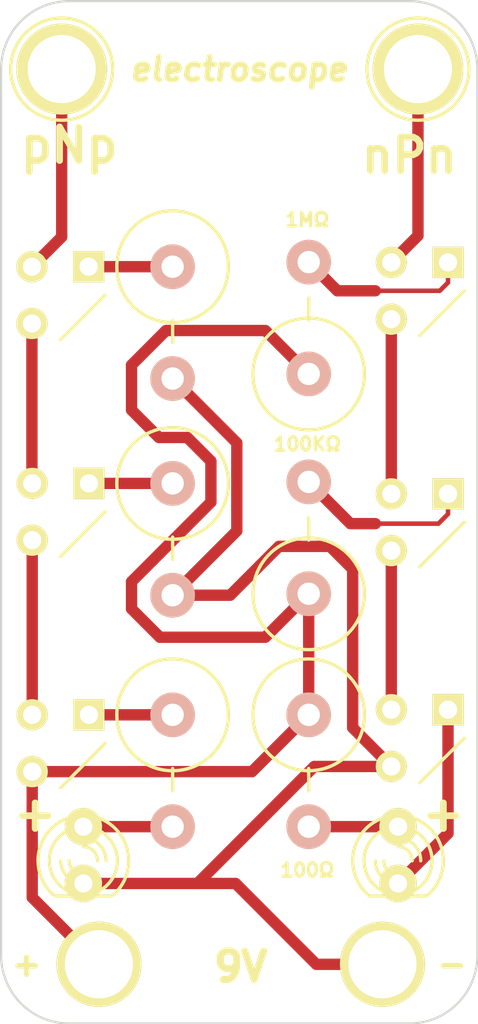
<source format=kicad_pcb>
(kicad_pcb (version 20171130) (host pcbnew 5.0.2-5.fc29)

  (general
    (thickness 1.6)
    (drawings 13)
    (tracks 59)
    (zones 0)
    (modules 17)
    (nets 17)
  )

  (page A4)
  (layers
    (0 F.Cu signal)
    (31 B.Cu signal)
    (32 B.Adhes user)
    (33 F.Adhes user)
    (34 B.Paste user)
    (35 F.Paste user)
    (36 B.SilkS user)
    (37 F.SilkS user)
    (38 B.Mask user)
    (39 F.Mask user)
    (40 Dwgs.User user)
    (41 Cmts.User user)
    (42 Eco1.User user)
    (43 Eco2.User user)
    (44 Edge.Cuts user)
    (45 Margin user)
    (46 B.CrtYd user)
    (47 F.CrtYd user)
    (48 B.Fab user)
    (49 F.Fab user)
  )

  (setup
    (last_trace_width 0.508)
    (user_trace_width 0.2032)
    (trace_clearance 0.39878)
    (zone_clearance 0.254)
    (zone_45_only no)
    (trace_min 0.2032)
    (segment_width 0.2)
    (edge_width 0.1)
    (via_size 0.6)
    (via_drill 0.4)
    (via_min_size 0.4)
    (via_min_drill 0.3)
    (uvia_size 0.3)
    (uvia_drill 0.1)
    (uvias_allowed no)
    (uvia_min_size 0)
    (uvia_min_drill 0)
    (pcb_text_width 0.3)
    (pcb_text_size 1.5 1.5)
    (mod_edge_width 0.15)
    (mod_text_size 1 1)
    (mod_text_width 0.15)
    (pad_size 1.5 1.5)
    (pad_drill 0.6)
    (pad_to_mask_clearance 0)
    (solder_mask_min_width 0.25)
    (aux_axis_origin 0 0)
    (visible_elements FFFFFF7F)
    (pcbplotparams
      (layerselection 0x010f0_80000001)
      (usegerberextensions false)
      (usegerberattributes false)
      (usegerberadvancedattributes false)
      (creategerberjobfile false)
      (excludeedgelayer true)
      (linewidth 0.100000)
      (plotframeref false)
      (viasonmask false)
      (mode 1)
      (useauxorigin false)
      (hpglpennumber 1)
      (hpglpenspeed 20)
      (hpglpendiameter 15.000000)
      (psnegative false)
      (psa4output false)
      (plotreference true)
      (plotvalue true)
      (plotinvisibletext false)
      (padsonsilk false)
      (subtractmaskfromsilk false)
      (outputformat 1)
      (mirror false)
      (drillshape 0)
      (scaleselection 1)
      (outputdirectory "gerbers/"))
  )

  (net 0 "")
  (net 1 VCC)
  (net 2 GND)
  (net 3 "Net-(D1-Pad1)")
  (net 4 "Net-(D2-Pad1)")
  (net 5 "Net-(D2-Pad2)")
  (net 6 "Net-(Q1-Pad2)")
  (net 7 "Net-(Q2-Pad2)")
  (net 8 "Net-(Q3-Pad2)")
  (net 9 "Net-(Q5-Pad2)")
  (net 10 "Net-(Q2-Pad1)")
  (net 11 "Net-(Q1-Pad3)")
  (net 12 "Net-(Q2-Pad3)")
  (net 13 "Net-(Q3-Pad3)")
  (net 14 "Net-(Q4-Pad3)")
  (net 15 "Net-(Q5-Pad3)")
  (net 16 "Net-(Q4-Pad1)")

  (net_class Default "This is the default net class."
    (clearance 0.39878)
    (trace_width 0.508)
    (via_dia 0.6)
    (via_drill 0.4)
    (uvia_dia 0.3)
    (uvia_drill 0.1)
    (add_net GND)
    (add_net "Net-(D1-Pad1)")
    (add_net "Net-(D2-Pad1)")
    (add_net "Net-(D2-Pad2)")
    (add_net "Net-(Q1-Pad2)")
    (add_net "Net-(Q1-Pad3)")
    (add_net "Net-(Q2-Pad1)")
    (add_net "Net-(Q2-Pad2)")
    (add_net "Net-(Q2-Pad3)")
    (add_net "Net-(Q3-Pad2)")
    (add_net "Net-(Q3-Pad3)")
    (add_net "Net-(Q4-Pad1)")
    (add_net "Net-(Q4-Pad3)")
    (add_net "Net-(Q5-Pad2)")
    (add_net "Net-(Q5-Pad3)")
    (add_net VCC)
  )

  (module Resistors_ThroughHole:Resistor_Vertical_RM5mm (layer F.Cu) (tedit 5C8AB63B) (tstamp 5CA64E01)
    (at 136.715 82.7024 270)
    (descr "Resistor, Vertical, RM 5mm, 1/3W,")
    (tags "Resistor, Vertical, RM 5mm, 1/3W,")
    (path /52E1F0B9)
    (fp_text reference R5 (at -0.0254 4.6985 270) (layer F.SilkS) hide
      (effects (font (size 1 1) (thickness 0.15)))
    )
    (fp_text value 1MΩ (at -4.5974 -6.033) (layer F.SilkS)
      (effects (font (size 0.6 0.6) (thickness 0.15)))
    )
    (fp_circle (center -2.49936 0) (end 0 0) (layer F.SilkS) (width 0.15))
    (fp_line (start -0.09906 0) (end 0.9017 0) (layer F.SilkS) (width 0.15))
    (pad 2 thru_hole circle (at 2.5019 0 270) (size 1.99898 1.99898) (drill 1.00076) (layers *.Cu *.SilkS *.Mask)
      (net 2 GND))
    (pad 1 thru_hole circle (at -2.49936 0 270) (size 1.99898 1.99898) (drill 1.00076) (layers *.Cu *.SilkS *.Mask)
      (net 15 "Net-(Q5-Pad3)"))
  )

  (module transistors:TO92-123 (layer F.Cu) (tedit 5C89701E) (tstamp 55F01A61)
    (at 131.6825 81.47304)
    (descr "Transistor TO92 brochage type BC237")
    (tags "TR TO92")
    (path /55F011FA)
    (fp_text reference Q5 (at -1.27 3.81) (layer F.SilkS) hide
      (effects (font (size 1 1) (thickness 0.15)))
    )
    (fp_text value Q_PNP_EBC (at -1.27 -5.08) (layer F.Fab) hide
      (effects (font (size 1 1) (thickness 0.15)))
    )
    (fp_line (start 2 0) (end 0 2) (layer F.SilkS) (width 0.15))
    (pad 1 thru_hole circle (at -1.27 1.27) (size 1.397 1.397) (drill 0.8128) (layers *.Cu *.Mask F.SilkS)
      (net 8 "Net-(Q3-Pad2)"))
    (pad 2 thru_hole circle (at -1.27 -1.27) (size 1.397 1.397) (drill 0.8128) (layers *.Cu *.Mask F.SilkS)
      (net 9 "Net-(Q5-Pad2)"))
    (pad 3 thru_hole rect (at 1.27 -1.27) (size 1.397 1.397) (drill 0.8128) (layers *.Cu *.Mask F.SilkS)
      (net 15 "Net-(Q5-Pad3)"))
    (model Discret.3dshapes/TO92-123.wrl
      (at (xyz 0 0 0))
      (scale (xyz 1 1 1))
      (rotate (xyz 0 0 0))
    )
  )

  (module transistors:TO92-123 locked (layer F.Cu) (tedit 5C89701E) (tstamp 55F01A34)
    (at 147.781 81.28)
    (descr "Transistor TO92 brochage type BC237")
    (tags "TR TO92")
    (path /55F01011)
    (fp_text reference Q2 (at -1.27 3.81) (layer F.SilkS) hide
      (effects (font (size 1 1) (thickness 0.15)))
    )
    (fp_text value Q_NPN_EBC (at -1.27 -5.08) (layer F.Fab) hide
      (effects (font (size 1 1) (thickness 0.15)))
    )
    (fp_line (start 2 0) (end 0 2) (layer F.SilkS) (width 0.15))
    (pad 1 thru_hole circle (at -1.27 1.27) (size 1.397 1.397) (drill 0.8128) (layers *.Cu *.Mask F.SilkS)
      (net 10 "Net-(Q2-Pad1)"))
    (pad 2 thru_hole circle (at -1.27 -1.27) (size 1.397 1.397) (drill 0.8128) (layers *.Cu *.Mask F.SilkS)
      (net 7 "Net-(Q2-Pad2)"))
    (pad 3 thru_hole rect (at 1.27 -1.27) (size 1.397 1.397) (drill 0.8128) (layers *.Cu *.Mask F.SilkS)
      (net 12 "Net-(Q2-Pad3)"))
    (model Discret.3dshapes/TO92-123.wrl
      (at (xyz 0 0 0))
      (scale (xyz 1 1 1))
      (rotate (xyz 0 0 0))
    )
  )

  (module transistors:TO92-123 (layer F.Cu) (tedit 5C89701E) (tstamp 5C8AA195)
    (at 131.6952 101.51364)
    (descr "Transistor TO92 brochage type BC237")
    (tags "TR TO92")
    (path /55F0129D)
    (fp_text reference Q1 (at -1.27 3.81) (layer F.SilkS) hide
      (effects (font (size 1 1) (thickness 0.15)))
    )
    (fp_text value Q_PNP_EBC (at -1.27 -5.08) (layer F.Fab) hide
      (effects (font (size 1 1) (thickness 0.15)))
    )
    (fp_line (start 2 0) (end 0 2) (layer F.SilkS) (width 0.15))
    (pad 1 thru_hole circle (at -1.27 1.27) (size 1.397 1.397) (drill 0.8128) (layers *.Cu *.Mask F.SilkS)
      (net 1 VCC))
    (pad 2 thru_hole circle (at -1.27 -1.27) (size 1.397 1.397) (drill 0.8128) (layers *.Cu *.Mask F.SilkS)
      (net 6 "Net-(Q1-Pad2)"))
    (pad 3 thru_hole rect (at 1.27 -1.27) (size 1.397 1.397) (drill 0.8128) (layers *.Cu *.Mask F.SilkS)
      (net 11 "Net-(Q1-Pad3)"))
    (model Discret.3dshapes/TO92-123.wrl
      (at (xyz 0 0 0))
      (scale (xyz 1 1 1))
      (rotate (xyz 0 0 0))
    )
  )

  (module transistors:TO92-123 (layer F.Cu) (tedit 5C89701E) (tstamp 5C89D8E2)
    (at 147.781 91.6305)
    (descr "Transistor TO92 brochage type BC237")
    (tags "TR TO92")
    (path /55F010A0)
    (fp_text reference Q4 (at -1.27 3.81) (layer F.SilkS) hide
      (effects (font (size 1 1) (thickness 0.15)))
    )
    (fp_text value Q_NPN_EBC (at -1.27 -5.08) (layer F.Fab) hide
      (effects (font (size 1 1) (thickness 0.15)))
    )
    (fp_line (start 2 0) (end 0 2) (layer F.SilkS) (width 0.15))
    (pad 1 thru_hole circle (at -1.27 1.27) (size 1.397 1.397) (drill 0.8128) (layers *.Cu *.Mask F.SilkS)
      (net 16 "Net-(Q4-Pad1)"))
    (pad 2 thru_hole circle (at -1.27 -1.27) (size 1.397 1.397) (drill 0.8128) (layers *.Cu *.Mask F.SilkS)
      (net 10 "Net-(Q2-Pad1)"))
    (pad 3 thru_hole rect (at 1.27 -1.27) (size 1.397 1.397) (drill 0.8128) (layers *.Cu *.Mask F.SilkS)
      (net 14 "Net-(Q4-Pad3)"))
    (model Discret.3dshapes/TO92-123.wrl
      (at (xyz 0 0 0))
      (scale (xyz 1 1 1))
      (rotate (xyz 0 0 0))
    )
  )

  (module transistors:TO92-123 (layer F.Cu) (tedit 5C89701E) (tstamp 5C894AC2)
    (at 147.781 101.2825)
    (descr "Transistor TO92 brochage type BC237")
    (tags "TR TO92")
    (path /55F0111A)
    (fp_text reference Q6 (at -1.27 3.81) (layer F.SilkS) hide
      (effects (font (size 1 1) (thickness 0.15)))
    )
    (fp_text value Q_NPN_EBC (at -1.27 -5.08) (layer F.Fab) hide
      (effects (font (size 1 1) (thickness 0.15)))
    )
    (fp_line (start 2 0) (end 0 2) (layer F.SilkS) (width 0.15))
    (pad 1 thru_hole circle (at -1.27 1.27) (size 1.397 1.397) (drill 0.8128) (layers *.Cu *.Mask F.SilkS)
      (net 2 GND))
    (pad 2 thru_hole circle (at -1.27 -1.27) (size 1.397 1.397) (drill 0.8128) (layers *.Cu *.Mask F.SilkS)
      (net 16 "Net-(Q4-Pad1)"))
    (pad 3 thru_hole rect (at 1.27 -1.27) (size 1.397 1.397) (drill 0.8128) (layers *.Cu *.Mask F.SilkS)
      (net 5 "Net-(D2-Pad2)"))
    (model Discret.3dshapes/TO92-123.wrl
      (at (xyz 0 0 0))
      (scale (xyz 1 1 1))
      (rotate (xyz 0 0 0))
    )
  )

  (module transistors:TO92-123 locked (layer F.Cu) (tedit 5C89701E) (tstamp 5C894CC1)
    (at 131.6952 91.16314)
    (descr "Transistor TO92 brochage type BC237")
    (tags "TR TO92")
    (path /55F0123D)
    (fp_text reference Q3 (at -1.27 3.81) (layer F.SilkS) hide
      (effects (font (size 1 1) (thickness 0.15)))
    )
    (fp_text value Q_PNP_EBC (at -1.27 -5.08) (layer F.Fab) hide
      (effects (font (size 1 1) (thickness 0.15)))
    )
    (fp_line (start 2 0) (end 0 2) (layer F.SilkS) (width 0.15))
    (pad 3 thru_hole rect (at 1.27 -1.27) (size 1.397 1.397) (drill 0.8128) (layers *.Cu *.Mask F.SilkS)
      (net 13 "Net-(Q3-Pad3)"))
    (pad 2 thru_hole circle (at -1.27 -1.27) (size 1.397 1.397) (drill 0.8128) (layers *.Cu *.Mask F.SilkS)
      (net 8 "Net-(Q3-Pad2)"))
    (pad 1 thru_hole circle (at -1.27 1.27) (size 1.397 1.397) (drill 0.8128) (layers *.Cu *.Mask F.SilkS)
      (net 6 "Net-(Q1-Pad2)"))
    (model Discret.3dshapes/TO92-123.wrl
      (at (xyz 0 0 0))
      (scale (xyz 1 1 1))
      (rotate (xyz 0 0 0))
    )
  )

  (module Resistors_ThroughHole:Resistor_Vertical_RM5mm (layer F.Cu) (tedit 5C8AB630) (tstamp 5C8AD88F)
    (at 136.715 92.3925 270)
    (descr "Resistor, Vertical, RM 5mm, 1/3W,")
    (tags "Resistor, Vertical, RM 5mm, 1/3W,")
    (path /52E1F193)
    (fp_text reference R3 (at 2.54 3.683 270) (layer F.SilkS) hide
      (effects (font (size 1 1) (thickness 0.15)))
    )
    (fp_text value 100KΩ (at -4.2545 -6.033 180) (layer F.SilkS)
      (effects (font (size 0.6 0.6) (thickness 0.15)))
    )
    (fp_line (start -0.09906 0) (end 0.9017 0) (layer F.SilkS) (width 0.15))
    (fp_circle (center -2.49936 0) (end 0 0) (layer F.SilkS) (width 0.15))
    (pad 1 thru_hole circle (at -2.49936 0 270) (size 1.99898 1.99898) (drill 1.00076) (layers *.Cu *.SilkS *.Mask)
      (net 13 "Net-(Q3-Pad3)"))
    (pad 2 thru_hole circle (at 2.5019 0 270) (size 1.99898 1.99898) (drill 1.00076) (layers *.Cu *.SilkS *.Mask)
      (net 2 GND))
  )

  (module LEDs:LED-3MM (layer F.Cu) (tedit 5C8AB401) (tstamp 5C8AB107)
    (at 132.716 106.5149 270)
    (descr "LED 3mm - Lead pitch 100mil (2,54mm)")
    (tags "LED led 3mm 3MM 100mil 2,54mm")
    (path /52E1F1B1)
    (fp_text reference D1 (at 1.1811 -2.936 180) (layer F.SilkS) hide
      (effects (font (size 1 1) (thickness 0.15)))
    )
    (fp_text value LED (at -1.143 -2.731 90) (layer F.Fab) hide
      (effects (font (size 1 1) (thickness 0.15)))
    )
    (fp_line (start 1.8288 1.27) (end 1.8288 -1.27) (layer F.SilkS) (width 0.15))
    (fp_arc (start 0.254 0) (end -1.27 0) (angle 39.8) (layer F.SilkS) (width 0.15))
    (fp_arc (start 0.254 0) (end -0.88392 1.01092) (angle 41.6) (layer F.SilkS) (width 0.15))
    (fp_arc (start 0.254 0) (end 1.4097 -0.9906) (angle 40.6) (layer F.SilkS) (width 0.15))
    (fp_arc (start 0.254 0) (end 1.778 0) (angle 39.8) (layer F.SilkS) (width 0.15))
    (fp_arc (start 0.254 0) (end 0.254 -1.524) (angle 54.4) (layer F.SilkS) (width 0.15))
    (fp_arc (start 0.254 0) (end -0.9652 -0.9144) (angle 53.1) (layer F.SilkS) (width 0.15))
    (fp_arc (start 0.254 0) (end 1.45542 0.93472) (angle 52.1) (layer F.SilkS) (width 0.15))
    (fp_arc (start 0.254 0) (end 0.254 1.524) (angle 52.1) (layer F.SilkS) (width 0.15))
    (fp_arc (start 0.254 0) (end -0.381 0) (angle 90) (layer F.SilkS) (width 0.15))
    (fp_arc (start 0.254 0) (end -0.762 0) (angle 90) (layer F.SilkS) (width 0.15))
    (fp_arc (start 0.254 0) (end 0.889 0) (angle 90) (layer F.SilkS) (width 0.15))
    (fp_arc (start 0.254 0) (end 1.27 0) (angle 90) (layer F.SilkS) (width 0.15))
    (fp_arc (start 0.254 0) (end 0.254 -2.032) (angle 50.1) (layer F.SilkS) (width 0.15))
    (fp_arc (start 0.254 0) (end -1.5367 -0.95504) (angle 61.9) (layer F.SilkS) (width 0.15))
    (fp_arc (start 0.254 0) (end 1.8034 1.31064) (angle 49.7) (layer F.SilkS) (width 0.15))
    (fp_arc (start 0.254 0) (end 0.254 2.032) (angle 60.2) (layer F.SilkS) (width 0.15))
    (fp_arc (start 0.254 0) (end -1.778 0) (angle 28.3) (layer F.SilkS) (width 0.15))
    (fp_arc (start 0.254 0) (end -1.47574 1.06426) (angle 31.6) (layer F.SilkS) (width 0.15))
    (pad 1 thru_hole circle (at -1.27 0 270) (size 1.6764 1.6764) (drill 0.8128) (layers *.Cu *.Mask F.SilkS)
      (net 3 "Net-(D1-Pad1)"))
    (pad 2 thru_hole circle (at 1.27 0 270) (size 1.6764 1.6764) (drill 0.8128) (layers *.Cu *.Mask F.SilkS)
      (net 2 GND))
    (model LEDs.3dshapes/LED-3MM.wrl
      (at (xyz 0 0 0))
      (scale (xyz 1 1 1))
      (rotate (xyz 0 0 0))
    )
  )

  (module LEDs:LED-3MM (layer F.Cu) (tedit 5C8AB403) (tstamp 5C89E881)
    (at 146.812 106.5149 270)
    (descr "LED 3mm - Lead pitch 100mil (2,54mm)")
    (tags "LED led 3mm 3MM 100mil 2,54mm")
    (path /52E1F0CA)
    (fp_text reference D2 (at 1.1811 3.064) (layer F.SilkS) hide
      (effects (font (size 1 1) (thickness 0.15)))
    )
    (fp_text value LED (at 0 -3.619 270) (layer F.Fab) hide
      (effects (font (size 1 1) (thickness 0.15)))
    )
    (fp_line (start 1.8288 1.27) (end 1.8288 -1.27) (layer F.SilkS) (width 0.15))
    (fp_arc (start 0.254 0) (end -1.27 0) (angle 39.8) (layer F.SilkS) (width 0.15))
    (fp_arc (start 0.254 0) (end -0.88392 1.01092) (angle 41.6) (layer F.SilkS) (width 0.15))
    (fp_arc (start 0.254 0) (end 1.4097 -0.9906) (angle 40.6) (layer F.SilkS) (width 0.15))
    (fp_arc (start 0.254 0) (end 1.778 0) (angle 39.8) (layer F.SilkS) (width 0.15))
    (fp_arc (start 0.254 0) (end 0.254 -1.524) (angle 54.4) (layer F.SilkS) (width 0.15))
    (fp_arc (start 0.254 0) (end -0.9652 -0.9144) (angle 53.1) (layer F.SilkS) (width 0.15))
    (fp_arc (start 0.254 0) (end 1.45542 0.93472) (angle 52.1) (layer F.SilkS) (width 0.15))
    (fp_arc (start 0.254 0) (end 0.254 1.524) (angle 52.1) (layer F.SilkS) (width 0.15))
    (fp_arc (start 0.254 0) (end -0.381 0) (angle 90) (layer F.SilkS) (width 0.15))
    (fp_arc (start 0.254 0) (end -0.762 0) (angle 90) (layer F.SilkS) (width 0.15))
    (fp_arc (start 0.254 0) (end 0.889 0) (angle 90) (layer F.SilkS) (width 0.15))
    (fp_arc (start 0.254 0) (end 1.27 0) (angle 90) (layer F.SilkS) (width 0.15))
    (fp_arc (start 0.254 0) (end 0.254 -2.032) (angle 50.1) (layer F.SilkS) (width 0.15))
    (fp_arc (start 0.254 0) (end -1.5367 -0.95504) (angle 61.9) (layer F.SilkS) (width 0.15))
    (fp_arc (start 0.254 0) (end 1.8034 1.31064) (angle 49.7) (layer F.SilkS) (width 0.15))
    (fp_arc (start 0.254 0) (end 0.254 2.032) (angle 60.2) (layer F.SilkS) (width 0.15))
    (fp_arc (start 0.254 0) (end -1.778 0) (angle 28.3) (layer F.SilkS) (width 0.15))
    (fp_arc (start 0.254 0) (end -1.47574 1.06426) (angle 31.6) (layer F.SilkS) (width 0.15))
    (pad 1 thru_hole circle (at -1.27 0 270) (size 1.6764 1.6764) (drill 0.8128) (layers *.Cu *.Mask F.SilkS)
      (net 4 "Net-(D2-Pad1)"))
    (pad 2 thru_hole circle (at 1.27 0 270) (size 1.6764 1.6764) (drill 0.8128) (layers *.Cu *.Mask F.SilkS)
      (net 5 "Net-(D2-Pad2)"))
    (model LEDs.3dshapes/LED-3MM.wrl
      (at (xyz 0 0 0))
      (scale (xyz 1 1 1))
      (rotate (xyz 0 0 0))
    )
  )

  (module Resistors_ThroughHole:Resistor_Vertical_RM5mm (layer F.Cu) (tedit 5C8AB651) (tstamp 5C8C897D)
    (at 136.715 102.743 270)
    (descr "Resistor, Vertical, RM 5mm, 1/3W,")
    (tags "Resistor, Vertical, RM 5mm, 1/3W,")
    (path /52E1F199)
    (fp_text reference R1 (at 2.7305 3.8735 270) (layer F.SilkS) hide
      (effects (font (size 1 1) (thickness 0.15)))
    )
    (fp_text value 100Ω (at 4.445 -6.033) (layer F.SilkS)
      (effects (font (size 0.6 0.6) (thickness 0.15)))
    )
    (fp_line (start -0.09906 0) (end 0.9017 0) (layer F.SilkS) (width 0.15))
    (fp_circle (center -2.49936 0) (end 0 0) (layer F.SilkS) (width 0.15))
    (pad 1 thru_hole circle (at -2.49936 0 270) (size 1.99898 1.99898) (drill 1.00076) (layers *.Cu *.SilkS *.Mask)
      (net 11 "Net-(Q1-Pad3)"))
    (pad 2 thru_hole circle (at 2.5019 0 270) (size 1.99898 1.99898) (drill 1.00076) (layers *.Cu *.SilkS *.Mask)
      (net 3 "Net-(D1-Pad1)"))
  )

  (module Resistors_ThroughHole:Resistor_Vertical_RM5mm locked (layer F.Cu) (tedit 5C8963EE) (tstamp 5C8963F2)
    (at 142.811 82.4992 90)
    (descr "Resistor, Vertical, RM 5mm, 1/3W,")
    (tags "Resistor, Vertical, RM 5mm, 1/3W,")
    (path /52E1F19F)
    (fp_text reference R2 (at 3.1877 3.747 90) (layer F.SilkS) hide
      (effects (font (size 1 1) (thickness 0.15)))
    )
    (fp_text value 1MΩ (at 3.2512 2.35 90) (layer F.Fab) hide
      (effects (font (size 1 1) (thickness 0.15)))
    )
    (fp_line (start -0.09906 0) (end 0.9017 0) (layer F.SilkS) (width 0.15))
    (fp_circle (center -2.49936 0) (end 0 0) (layer F.SilkS) (width 0.15))
    (pad 1 thru_hole circle (at -2.49936 0 90) (size 1.99898 1.99898) (drill 1.00076) (layers *.Cu *.SilkS *.Mask)
      (net 1 VCC))
    (pad 2 thru_hole circle (at 2.5019 0 90) (size 1.99898 1.99898) (drill 1.00076) (layers *.Cu *.SilkS *.Mask)
      (net 12 "Net-(Q2-Pad3)"))
  )

  (module Resistors_ThroughHole:Resistor_Vertical_RM5mm locked (layer F.Cu) (tedit 5C8963FC) (tstamp 55F01A90)
    (at 142.811 92.329 90)
    (descr "Resistor, Vertical, RM 5mm, 1/3W,")
    (tags "Resistor, Vertical, RM 5mm, 1/3W,")
    (path /52E1F1A5)
    (fp_text reference R4 (at 2.4765 3.8735 90) (layer F.SilkS) hide
      (effects (font (size 1 1) (thickness 0.15)))
    )
    (fp_text value 100KΩ (at 2.4765 2.3495 90) (layer F.Fab) hide
      (effects (font (size 1 1) (thickness 0.15)))
    )
    (fp_line (start -0.09906 0) (end 0.9017 0) (layer F.SilkS) (width 0.15))
    (fp_circle (center -2.49936 0) (end 0 0) (layer F.SilkS) (width 0.15))
    (pad 1 thru_hole circle (at -2.49936 0 90) (size 1.99898 1.99898) (drill 1.00076) (layers *.Cu *.SilkS *.Mask)
      (net 1 VCC))
    (pad 2 thru_hole circle (at 2.5019 0 90) (size 1.99898 1.99898) (drill 1.00076) (layers *.Cu *.SilkS *.Mask)
      (net 14 "Net-(Q4-Pad3)"))
  )

  (module Resistors_ThroughHole:Resistor_Vertical_RM5mm (layer F.Cu) (tedit 5C896492) (tstamp 5C894E66)
    (at 142.811 102.743 270)
    (descr "Resistor, Vertical, RM 5mm, 1/3W,")
    (tags "Resistor, Vertical, RM 5mm, 1/3W,")
    (path /52E1F1AB)
    (fp_text reference R6 (at 2.54 -3.7465 270) (layer F.SilkS) hide
      (effects (font (size 1 1) (thickness 0.15)))
    )
    (fp_text value 100Ω (at 2.4765 -2.286 270) (layer F.Fab) hide
      (effects (font (size 1 1) (thickness 0.15)))
    )
    (fp_circle (center -2.49936 0) (end 0 0) (layer F.SilkS) (width 0.15))
    (fp_line (start -0.09906 0) (end 0.9017 0) (layer F.SilkS) (width 0.15))
    (pad 2 thru_hole circle (at 2.5019 0 270) (size 1.99898 1.99898) (drill 1.00076) (layers *.Cu *.SilkS *.Mask)
      (net 4 "Net-(D2-Pad1)"))
    (pad 1 thru_hole circle (at -2.49936 0 270) (size 1.99898 1.99898) (drill 1.00076) (layers *.Cu *.SilkS *.Mask)
      (net 1 VCC))
  )

  (module Connect:1pin (layer F.Cu) (tedit 5C89704C) (tstamp 5C896007)
    (at 147.705 71.366)
    (descr "module 1 pin (ou trou mecanique de percage)")
    (tags DEV)
    (path /55EF983B)
    (fp_text reference U1 (at 0 -3.048) (layer F.SilkS) hide
      (effects (font (size 1 1) (thickness 0.15)))
    )
    (fp_text value ANT (at 0 2.794) (layer F.Fab) hide
      (effects (font (size 1 1) (thickness 0.15)))
    )
    (fp_circle (center 0 0) (end 0 -2.286) (layer F.SilkS) (width 0.15))
    (pad 1 thru_hole circle (at 0 0) (size 4.064 4.064) (drill 3.048) (layers *.Cu *.Mask F.SilkS)
      (net 7 "Net-(Q2-Pad2)"))
  )

  (module Connect:1pin (layer F.Cu) (tedit 5C897049) (tstamp 5C896046)
    (at 131.746 71.366)
    (descr "module 1 pin (ou trou mecanique de percage)")
    (tags DEV)
    (path /55EF9AF0)
    (fp_text reference U2 (at 0 -3.048) (layer F.SilkS) hide
      (effects (font (size 1 1) (thickness 0.15)))
    )
    (fp_text value ANT (at 0 2.794) (layer F.Fab) hide
      (effects (font (size 1 1) (thickness 0.15)))
    )
    (fp_circle (center 0 0) (end 0 -2.286) (layer F.SilkS) (width 0.15))
    (pad 1 thru_hole circle (at 0 0) (size 4.064 4.064) (drill 3.048) (layers *.Cu *.Mask F.SilkS)
      (net 9 "Net-(Q5-Pad2)"))
  )

  (module 9VBATT_TH:9VBATT_TH locked (layer F.Cu) (tedit 5C8C9165) (tstamp 5C896517)
    (at 139.7635 111.451)
    (path /55EF92BC)
    (fp_text reference BT1 (at 0 -10.4648) (layer F.SilkS) hide
      (effects (font (size 1 1) (thickness 0.15)))
    )
    (fp_text value Battery (at 0 -8.1788) (layer F.SilkS) hide
      (effects (font (size 1 1) (thickness 0.15)))
    )
    (fp_text user + (at -9.5885 -0.056) (layer F.SilkS)
      (effects (font (size 1 1) (thickness 0.25)))
    )
    (fp_text user - (at 9.4615 -0.056) (layer F.SilkS)
      (effects (font (size 1 1) (thickness 0.25)))
    )
    (fp_text user 9V (at 0 0.055) (layer F.SilkS)
      (effects (font (size 1.27 1.27) (thickness 0.3175)))
    )
    (pad 2 thru_hole circle (at 6.35 -0.0508) (size 3.81 3.81) (drill 3.048) (layers *.Cu *.Mask F.SilkS)
      (net 2 GND))
    (pad 1 thru_hole circle (at -6.35 -0.0508) (size 3.81 3.81) (drill 3.048) (layers *.Cu *.Mask F.SilkS)
      (net 1 VCC))
  )

  (gr_line (start 132.08 114.046) (end 147.32 114.046) (layer Edge.Cuts) (width 0.1))
  (gr_line (start 132.08 68.326) (end 147.32 68.326) (layer Edge.Cuts) (width 0.1))
  (gr_line (start 129.032 110.998) (end 129.032 71.374) (layer Edge.Cuts) (width 0.1))
  (gr_line (start 150.368 110.998) (end 150.368 71.374) (layer Edge.Cuts) (width 0.1))
  (gr_arc (start 132.08 71.374) (end 132.08 68.326) (angle -90) (layer Edge.Cuts) (width 0.1))
  (gr_arc (start 147.32 71.374) (end 150.368 71.374) (angle -90) (layer Edge.Cuts) (width 0.1))
  (gr_arc (start 147.32 110.998) (end 147.32 114.046) (angle -90) (layer Edge.Cuts) (width 0.1))
  (gr_arc (start 132.08 110.998) (end 129.032 110.998) (angle -90) (layer Edge.Cuts) (width 0.1))
  (gr_text electroscope (at 139.7 71.374) (layer F.SilkS)
    (effects (font (size 1.016 1.016) (thickness 0.254) italic))
  )
  (gr_text + (at 130.556 104.648) (layer F.SilkS) (tstamp 5C89ECE2)
    (effects (font (size 1.5 1.5) (thickness 0.3)))
  )
  (gr_text + (at 148.844 104.648) (layer F.SilkS)
    (effects (font (size 1.5 1.5) (thickness 0.3)))
  )
  (gr_text nPn (at 147.32 75.23) (layer F.SilkS) (tstamp 5C89E12B)
    (effects (font (size 1.5 1.5) (thickness 0.3)))
  )
  (gr_text pNp (at 132.08 74.776) (layer F.SilkS) (tstamp 5C8ACE24)
    (effects (font (size 1.5 1.5) (thickness 0.3)))
  )

  (segment (start 130.4252 108.4119) (end 133.4135 111.4002) (width 0.508) (layer F.Cu) (net 1) (status 20))
  (segment (start 130.4252 102.78364) (end 130.4252 108.4119) (width 0.508) (layer F.Cu) (net 1) (status 10))
  (segment (start 140.271 102.78364) (end 142.811 100.24364) (width 0.508) (layer F.Cu) (net 1) (status 20))
  (segment (start 130.4252 102.78364) (end 140.271 102.78364) (width 0.508) (layer F.Cu) (net 1) (status 10))
  (segment (start 142.811 94.82836) (end 142.811 100.24364) (width 0.508) (layer F.Cu) (net 1) (status 30))
  (segment (start 140.87044 83.058) (end 142.811 84.99856) (width 0.508) (layer F.Cu) (net 1))
  (segment (start 136.415938 83.058) (end 140.87044 83.058) (width 0.508) (layer F.Cu) (net 1))
  (segment (start 134.874 84.599938) (end 136.415938 83.058) (width 0.508) (layer F.Cu) (net 1))
  (segment (start 137.370662 87.840662) (end 136.100662 87.840662) (width 0.508) (layer F.Cu) (net 1))
  (segment (start 136.100662 87.840662) (end 134.874 86.614) (width 0.508) (layer F.Cu) (net 1))
  (segment (start 138.43 88.9) (end 137.370662 87.840662) (width 0.508) (layer F.Cu) (net 1))
  (segment (start 140.86536 96.774) (end 136.144 96.774) (width 0.508) (layer F.Cu) (net 1))
  (segment (start 136.144 96.774) (end 134.874 95.504) (width 0.508) (layer F.Cu) (net 1))
  (segment (start 134.874 86.614) (end 134.874 84.599938) (width 0.508) (layer F.Cu) (net 1))
  (segment (start 142.811 94.82836) (end 140.86536 96.774) (width 0.508) (layer F.Cu) (net 1))
  (segment (start 134.874 95.504) (end 134.874 94.290038) (width 0.508) (layer F.Cu) (net 1))
  (segment (start 138.43 90.734038) (end 138.43 88.9) (width 0.508) (layer F.Cu) (net 1))
  (segment (start 134.874 94.290038) (end 138.43 90.734038) (width 0.508) (layer F.Cu) (net 1))
  (segment (start 137.825638 107.7849) (end 132.716 107.7849) (width 0.508) (layer F.Cu) (net 2) (status 20))
  (segment (start 137.825638 107.7849) (end 143.058038 102.5525) (width 0.508) (layer F.Cu) (net 2))
  (segment (start 143.058038 102.5525) (end 146.511 102.5525) (width 0.508) (layer F.Cu) (net 2) (status 20))
  (segment (start 143.1502 111.4002) (end 146.1135 111.4002) (width 0.508) (layer F.Cu) (net 2))
  (segment (start 137.825638 107.7849) (end 139.5349 107.7849) (width 0.508) (layer F.Cu) (net 2))
  (segment (start 139.5349 107.7849) (end 143.1502 111.4002) (width 0.508) (layer F.Cu) (net 2))
  (segment (start 144.78 100.8215) (end 146.511 102.5525) (width 0.508) (layer F.Cu) (net 2))
  (segment (start 141.478 92.71) (end 143.764 92.71) (width 0.508) (layer F.Cu) (net 2))
  (segment (start 144.78 93.726) (end 144.78 100.8215) (width 0.508) (layer F.Cu) (net 2))
  (segment (start 143.764 92.71) (end 144.78 93.726) (width 0.508) (layer F.Cu) (net 2))
  (segment (start 136.715 94.8944) (end 139.2936 94.8944) (width 0.508) (layer F.Cu) (net 2))
  (segment (start 139.2936 94.8944) (end 141.478 92.71) (width 0.508) (layer F.Cu) (net 2))
  (segment (start 139.590791 88.080091) (end 139.590791 92.018609) (width 0.508) (layer F.Cu) (net 2))
  (segment (start 136.715 85.2043) (end 139.590791 88.080091) (width 0.508) (layer F.Cu) (net 2) (status 10))
  (segment (start 139.590791 92.018609) (end 136.715 94.8944) (width 0.508) (layer F.Cu) (net 2) (status 20))
  (segment (start 132.716 105.2449) (end 136.715 105.2449) (width 0.508) (layer F.Cu) (net 3) (status 30))
  (segment (start 142.811 105.2449) (end 146.812 105.2449) (width 0.508) (layer F.Cu) (net 4) (status 30))
  (segment (start 149.051 105.5459) (end 149.051 100.0125) (width 0.508) (layer F.Cu) (net 5) (status 20))
  (segment (start 146.812 107.7849) (end 149.051 105.5459) (width 0.508) (layer F.Cu) (net 5) (status 10))
  (segment (start 130.4252 92.43314) (end 130.4252 100.24364) (width 0.508) (layer F.Cu) (net 6) (status 30))
  (segment (start 147.705 78.816) (end 146.511 80.01) (width 0.508) (layer F.Cu) (net 7) (status 20))
  (segment (start 147.705 71.366) (end 147.705 78.816) (width 0.508) (layer F.Cu) (net 7) (status 10))
  (segment (start 130.4125 89.88044) (end 130.4252 89.89314) (width 0.508) (layer F.Cu) (net 8) (status 30))
  (segment (start 130.4125 82.74304) (end 130.4125 89.88044) (width 0.508) (layer F.Cu) (net 8) (status 30))
  (segment (start 131.746 78.86954) (end 130.4125 80.20304) (width 0.508) (layer F.Cu) (net 9) (status 20))
  (segment (start 131.746 71.366) (end 131.746 78.86954) (width 0.508) (layer F.Cu) (net 9) (status 10))
  (segment (start 146.511 82.55) (end 146.511 90.3605) (width 0.508) (layer F.Cu) (net 10) (status 30))
  (segment (start 132.9652 100.24364) (end 136.715 100.24364) (width 0.508) (layer F.Cu) (net 11) (status 30))
  (segment (start 149.051 80.9117) (end 148.6827 81.28) (width 0.2032) (layer F.Cu) (net 12))
  (segment (start 149.051 80.01) (end 149.051 80.9117) (width 0.2032) (layer F.Cu) (net 12) (status 10))
  (segment (start 148.6827 81.28) (end 145.796 81.28) (width 0.2032) (layer F.Cu) (net 12))
  (segment (start 144.0937 81.28) (end 142.811 79.9973) (width 0.508) (layer F.Cu) (net 12) (status 20))
  (segment (start 145.796 81.28) (end 144.0937 81.28) (width 0.508) (layer F.Cu) (net 12))
  (segment (start 136.715 89.89314) (end 132.9652 89.89314) (width 0.508) (layer F.Cu) (net 13) (status 30))
  (segment (start 149.051 91.2622) (end 148.6192 91.694) (width 0.2032) (layer F.Cu) (net 14))
  (segment (start 149.051 90.3605) (end 149.051 91.2622) (width 0.2032) (layer F.Cu) (net 14) (status 10))
  (segment (start 148.6192 91.694) (end 145.796 91.694) (width 0.2032) (layer F.Cu) (net 14))
  (segment (start 142.811 89.8271) (end 144.6779 91.694) (width 0.508) (layer F.Cu) (net 14) (status 10))
  (segment (start 144.6779 91.694) (end 145.796 91.694) (width 0.508) (layer F.Cu) (net 14))
  (segment (start 132.9525 80.20304) (end 136.715 80.20304) (width 0.508) (layer F.Cu) (net 15) (status 30))
  (segment (start 146.511 92.9005) (end 146.511 100.0125) (width 0.508) (layer F.Cu) (net 16) (status 30))

  (zone (net 0) (net_name "") (layer F.Cu) (tstamp 0) (hatch edge 0.508)
    (connect_pads (clearance 0.254))
    (min_thickness 0.254)
    (fill (arc_segments 16) (thermal_gap 0.508) (thermal_bridge_width 0.508))
    (polygon
      (pts
        (xy 129.032 108.966) (xy 131.572 108.966) (xy 148.59 108.966) (xy 150.368 108.966) (xy 150.368 76.2)
        (xy 129.032 76.2)
      )
    )
  )
)

</source>
